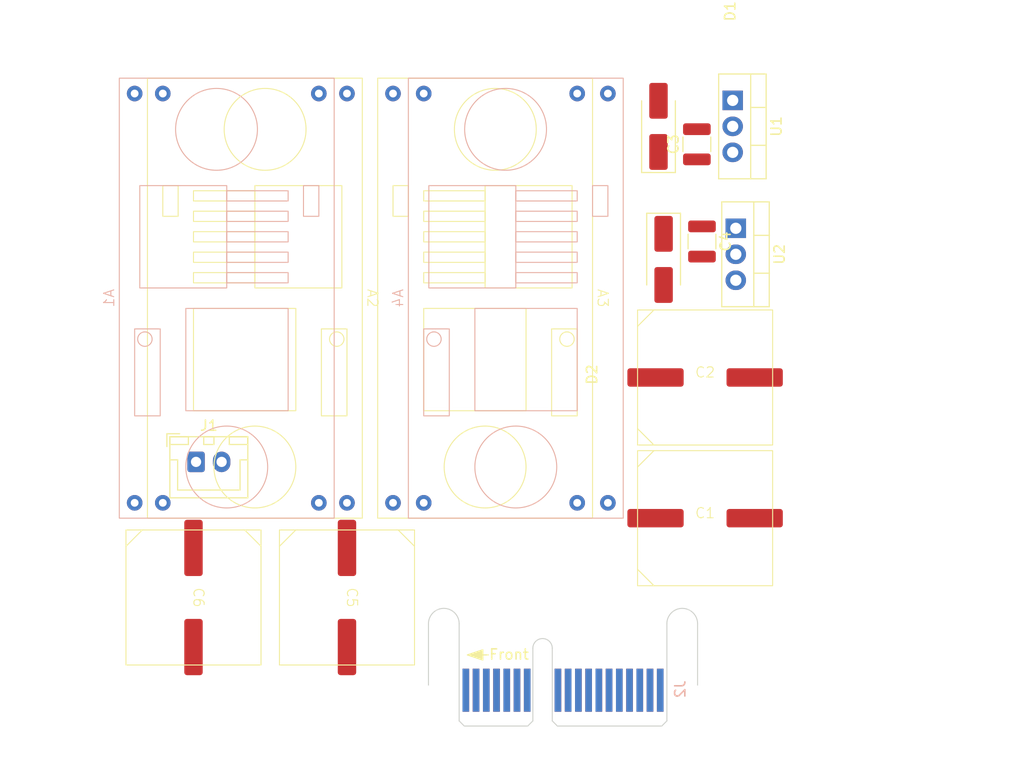
<source format=kicad_pcb>
(kicad_pcb (version 20221018) (generator pcbnew)
  (layers (0 "F.Cu" signal) (31 "B.Cu" signal) (34 "B.Paste" user) (35 "F.Paste" user) (36 "B.SilkS" user "B.Silkscreen") (37 "F.SilkS" user "F.Silkscreen") (38 "B.Mask" user) (39 "F.Mask" user) (44 "Edge.Cuts" user))
  (net 0 "")
  (net 1 "+20V")
  (net 2 "GND")
  (net 3 "/+18V")
  (net 4 "/+5V")
  (net 5 "/-18V")
  (net 6 "/+3V3")
  (net 7 "/-15V")
  (net 9 "/+15V")
  (footprint "Package_TO_SOT_THT:TO-220-3_Vertical" (layer "F.Cu") (at 183.25 82.17 -90)
    (fp_text reference "U2" (at 2.54 -4.27 -270) (layer "F.SilkS"))
    (fp_text value "LM7815_TO220")
    (fp_line (start -2.58 -3.27) (end -2.58 1.371) (stroke (width 0.12)) (layer "F.SilkS"))
    (fp_line (start -2.58 -3.27) (end 7.66 -3.27) (stroke (width 0.12)) (layer "F.SilkS"))
    (fp_line (start -2.58 -1.76) (end 7.66 -1.76) (stroke (width 0.12)) (layer "F.SilkS"))
    (fp_line (start -2.58 1.371) (end 7.66 1.371) (stroke (width 0.12)) (layer "F.SilkS"))
    (fp_line (start 0.69 -3.27) (end 0.69 -1.76) (stroke (width 0.12)) (layer "F.SilkS"))
    (fp_line (start 4.391 -3.27) (end 4.391 -1.76) (stroke (width 0.12)) (layer "F.SilkS"))
    (fp_line (start 7.66 -3.27) (end 7.66 1.371) (stroke (width 0.12)) (layer "F.SilkS"))
    (pad "1" thru_hole rect (at 0 0 270) (size 1.905 2) (drill 1.1) (layers "*.Cu" "*.Mask") (net 3 "/+18V"))
    (pad "2" thru_hole oval (at 2.54 0 270) (size 1.905 2) (drill 1.1) (layers "*.Cu" "*.Mask") (net 2 "GND"))
    (pad "3" thru_hole oval (at 5.08 0 270) (size 1.905 2) (drill 1.1) (layers "*.Cu" "*.Mask") (net 9 "/+15V"))
  )
  (footprint "silver-box-feetprints:CP_Elec_12.5x13.5" (layer "F.Cu") (at 180.25 96.75)
    (fp_text reference "C2" (at 0 -0.5 unlocked) (layer "F.SilkS") (effects (font (thickness 0.1))))
    (fp_text value "220u")
    (fp_line (start -6.6 -5) (end -5 -6.6) (stroke (width 0.1)) (layer "F.SilkS"))
    (fp_line (start -6.6 5) (end -5 6.6) (stroke (width 0.1)) (layer "F.SilkS"))
    (fp_rect (start -6.6 -6.6) (end 6.6 6.6) (stroke (width 0.1)) (fill none) (layer "F.SilkS"))
    (pad "1" smd roundrect (at -4.845 0) (size 5.5 1.8) (layers "F.Cu" "F.Paste" "F.Mask") (roundrect_rratio 0.15) (net 9 "/+15V"))
    (pad "2" smd roundrect (at 4.845 0) (size 5.5 1.8) (layers "F.Cu" "F.Paste" "F.Mask") (roundrect_rratio 0.15) (net 2 "GND"))
  )
  (footprint "Diode_SMD:D_SMA_Handsoldering" (layer "F.Cu") (at 176.195 85.21 -90)
    (fp_text reference "D2" (at 11.25 7 90) (layer "F.SilkS"))
    (fp_text value "SK36A-LTP")
    (fp_line (start -4.51 -1.65) (end -4.51 1.65) (stroke (width 0.12)) (layer "F.SilkS"))
    (fp_line (start -4.51 -1.65) (end 2.5 -1.65) (stroke (width 0.12)) (layer "F.SilkS"))
    (fp_line (start -4.51 1.65) (end 2.5 1.65) (stroke (width 0.12)) (layer "F.SilkS"))
    (pad "1" smd roundrect (at -2.5 0 270) (size 3.5 1.8) (layers "F.Cu" "F.Paste" "F.Mask") (roundrect_rratio 0.1388888889) (net 3 "/+18V"))
    (pad "2" smd roundrect (at 2.5 0 270) (size 3.5 1.8) (layers "F.Cu" "F.Paste" "F.Mask") (roundrect_rratio 0.1388888889) (net 9 "/+15V"))
  )
  (footprint "silver-box-feetprints:CP_Elec_12.5x13.5" (layer "F.Cu") (at 180.25 110.5)
    (fp_text reference "C1" (at 0 -0.5 unlocked) (layer "F.SilkS") (effects (font (thickness 0.1))))
    (fp_text value "220u")
    (fp_line (start -6.6 -5) (end -5 -6.6) (stroke (width 0.1)) (layer "F.SilkS"))
    (fp_line (start -6.6 5) (end -5 6.6) (stroke (width 0.1)) (layer "F.SilkS"))
    (fp_rect (start -6.6 -6.6) (end 6.6 6.6) (stroke (width 0.1)) (fill none) (layer "F.SilkS"))
    (pad "1" smd roundrect (at -4.845 0) (size 5.5 1.8) (layers "F.Cu" "F.Paste" "F.Mask") (roundrect_rratio 0.15) (net 7 "/-15V"))
    (pad "2" smd roundrect (at 4.845 0) (size 5.5 1.8) (layers "F.Cu" "F.Paste" "F.Mask") (roundrect_rratio 0.15) (net 2 "GND"))
  )
  (footprint "silver-box-feetprints:CP_Elec_12.5x13.5" (layer "F.Cu") (at 130.25 118.25 -90)
    (fp_text reference "C6" (at 0 -0.5 -90 unlocked) (layer "F.SilkS") (effects (font (thickness 0.1))))
    (fp_text value "220u")
    (fp_line (start -6.6 -5) (end -5 -6.6) (stroke (width 0.1)) (layer "F.SilkS"))
    (fp_line (start -6.6 5) (end -5 6.6) (stroke (width 0.1)) (layer "F.SilkS"))
    (fp_rect (start -6.6 -6.6) (end 6.6 6.6) (stroke (width 0.1)) (fill none) (layer "F.SilkS"))
    (pad "1" smd roundrect (at -4.845 0 270) (size 5.5 1.8) (layers "F.Cu" "F.Paste" "F.Mask") (roundrect_rratio 0.15) (net 4 "/+5V"))
    (pad "2" smd roundrect (at 4.845 0 270) (size 5.5 1.8) (layers "F.Cu" "F.Paste" "F.Mask") (roundrect_rratio 0.15) (net 2 "GND"))
  )
  (footprint "Connector_JST:JST_XH_B2B-XH-A_1x02_P2.50mm_Vertical" (layer "F.Cu") (at 130.5 105)
    (fp_text reference "J1" (at 1.25 -3.55) (layer "F.SilkS"))
    (fp_text value "USC PD  20V")
    (fp_line (start -2.85 -2.75) (end -2.85 -1.5) (stroke (width 0.12)) (layer "F.SilkS"))
    (fp_line (start -2.56 -2.46) (end -2.56 3.51) (stroke (width 0.12)) (layer "F.SilkS"))
    (fp_line (start -2.56 3.51) (end 5.06 3.51) (stroke (width 0.12)) (layer "F.SilkS"))
    (fp_line (start -2.55 -2.45) (end -2.55 -1.7) (stroke (width 0.12)) (layer "F.SilkS"))
    (fp_line (start -2.55 -1.7) (end -0.75 -1.7) (stroke (width 0.12)) (layer "F.SilkS"))
    (fp_line (start -2.55 -0.2) (end -1.8 -0.2) (stroke (width 0.12)) (layer "F.SilkS"))
    (fp_line (start -1.8 -0.2) (end -1.8 2.75) (stroke (width 0.12)) (layer "F.SilkS"))
    (fp_line (start -1.8 2.75) (end 1.25 2.75) (stroke (width 0.12)) (layer "F.SilkS"))
    (fp_line (start -1.6 -2.75) (end -2.85 -2.75) (stroke (width 0.12)) (layer "F.SilkS"))
    (fp_line (start -0.75 -2.45) (end -2.55 -2.45) (stroke (width 0.12)) (layer "F.SilkS"))
    (fp_line (start -0.75 -1.7) (end -0.75 -2.45) (stroke (width 0.12)) (layer "F.SilkS"))
    (fp_line (start 0.75 -2.45) (end 0.75 -1.7) (stroke (width 0.12)) (layer "F.SilkS"))
    (fp_line (start 0.75 -1.7) (end 1.75 -1.7) (stroke (width 0.12)) (layer "F.SilkS"))
    (fp_line (start 1.75 -2.45) (end 0.75 -2.45) (stroke (width 0.12)) (layer "F.SilkS"))
    (fp_line (start 1.75 -1.7) (end 1.75 -2.45) (stroke (width 0.12)) (layer "F.SilkS"))
    (fp_line (start 3.25 -2.45) (end 3.25 -1.7) (stroke (width 0.12)) (layer "F.SilkS"))
    (fp_line (start 3.25 -1.7) (end 5.05 -1.7) (stroke (width 0.12)) (layer "F.SilkS"))
    (fp_line (start 4.3 -0.2) (end 4.3 2.75) (stroke (width 0.12)) (layer "F.SilkS"))
    (fp_line (start 4.3 2.75) (end 1.25 2.75) (stroke (width 0.12)) (layer "F.SilkS"))
    (fp_line (start 5.05 -2.45) (end 3.25 -2.45) (stroke (width 0.12)) (layer "F.SilkS"))
    (fp_line (start 5.05 -1.7) (end 5.05 -2.45) (stroke (width 0.12)) (layer "F.SilkS"))
    (fp_line (start 5.05 -0.2) (end 4.3 -0.2) (stroke (width 0.12)) (layer "F.SilkS"))
    (fp_line (start 5.06 -2.46) (end -2.56 -2.46) (stroke (width 0.12)) (layer "F.SilkS"))
    (fp_line (start 5.06 3.51) (end 5.06 -2.46) (stroke (width 0.12)) (layer "F.SilkS"))
    (pad "1" thru_hole roundrect (at 0 0) (size 1.7 2) (drill 1) (layers "*.Cu" "*.Mask") (roundrect_rratio 0.147059) (net 2 "GND"))
    (pad "2" thru_hole oval (at 2.5 0) (size 1.7 2) (drill 1) (layers "*.Cu" "*.Mask") (net 1 "+20V"))
  )
  (footprint "Capacitor_SMD:C_1210_3225Metric" (layer "F.Cu") (at 179.445 73.96 90)
    (fp_text reference "C3" (at 0 -2.3 90) (layer "F.SilkS"))
    (fp_text value "22u X5R")
    (fp_line (start -0.711252 -1.36) (end 0.711252 -1.36) (stroke (width 0.12)) (layer "F.SilkS"))
    (fp_line (start -0.711252 1.36) (end 0.711252 1.36) (stroke (width 0.12)) (layer "F.SilkS"))
    (pad "1" smd roundrect (at -1.475 0 90) (size 1.15 2.7) (layers "F.Cu" "F.Paste" "F.Mask") (roundrect_rratio 0.217391) (net 5 "/-18V"))
    (pad "2" smd roundrect (at 1.475 0 90) (size 1.15 2.7) (layers "F.Cu" "F.Paste" "F.Mask") (roundrect_rratio 0.217391) (net 2 "GND"))
  )
  (footprint "Package_TO_SOT_THT:TO-220-3_Vertical" (layer "F.Cu") (at 182.945 69.67 -90)
    (fp_text reference "U1" (at 2.54 -4.27 -270) (layer "F.SilkS"))
    (fp_text value "LM7915_TO220")
    (fp_line (start -2.58 -3.27) (end -2.58 1.371) (stroke (width 0.12)) (layer "F.SilkS"))
    (fp_line (start -2.58 -3.27) (end 7.66 -3.27) (stroke (width 0.12)) (layer "F.SilkS"))
    (fp_line (start -2.58 -1.76) (end 7.66 -1.76) (stroke (width 0.12)) (layer "F.SilkS"))
    (fp_line (start -2.58 1.371) (end 7.66 1.371) (stroke (width 0.12)) (layer "F.SilkS"))
    (fp_line (start 0.69 -3.27) (end 0.69 -1.76) (stroke (width 0.12)) (layer "F.SilkS"))
    (fp_line (start 4.391 -3.27) (end 4.391 -1.76) (stroke (width 0.12)) (layer "F.SilkS"))
    (fp_line (start 7.66 -3.27) (end 7.66 1.371) (stroke (width 0.12)) (layer "F.SilkS"))
    (pad "1" thru_hole rect (at 0 0 270) (size 1.905 2) (drill 1.1) (layers "*.Cu" "*.Mask") (net 2 "GND"))
    (pad "2" thru_hole oval (at 2.54 0 270) (size 1.905 2) (drill 1.1) (layers "*.Cu" "*.Mask") (net 7 "/-15V"))
    (pad "3" thru_hole oval (at 5.08 0 270) (size 1.905 2) (drill 1.1) (layers "*.Cu" "*.Mask") (net 5 "/-18V"))
  )
  (footprint "Diode_SMD:D_SMA_Handsoldering" (layer "F.Cu") (at 175.695 72.21 90)
    (fp_text reference "D1" (at 11.25 7 90) (layer "F.SilkS"))
    (fp_text value "SK36A-LTP")
    (fp_line (start -4.51 -1.65) (end -4.51 1.65) (stroke (width 0.12)) (layer "F.SilkS"))
    (fp_line (start -4.51 -1.65) (end 2.5 -1.65) (stroke (width 0.12)) (layer "F.SilkS"))
    (fp_line (start -4.51 1.65) (end 2.5 1.65) (stroke (width 0.12)) (layer "F.SilkS"))
    (pad "1" smd roundrect (at -2.5 0 90) (size 3.5 1.8) (layers "F.Cu" "F.Paste" "F.Mask") (roundrect_rratio 0.1388888889) (net 5 "/-18V"))
    (pad "2" smd roundrect (at 2.5 0 90) (size 3.5 1.8) (layers "F.Cu" "F.Paste" "F.Mask") (roundrect_rratio 0.1388888889) (net 7 "/-15V"))
  )
  (footprint "silver-box-feetprints:LM2596 module" (layer "F.Cu") (at 158.75 89 -90)
    (fp_text reference "A3" (at 0 -11.5 -90 unlocked) (layer "F.SilkS") (effects (font (thickness 0.1))))
    (fp_text value "LM2596 +18V")
    (fp_rect (start -21.5 -10.5) (end 21.5 10.5) (stroke (width 0.1)) (fill none) (layer "F.SilkS"))
    (fp_rect (start -11 -8.5) (end -1 0) (stroke (width 0.1)) (fill none) (layer "F.SilkS"))
    (fp_rect (start -11 7.5) (end -8 9) (stroke (width 0.1)) (fill none) (layer "F.SilkS"))
    (fp_rect (start -10.5 0) (end -9.5 6) (stroke (width 0.1)) (fill none) (layer "F.SilkS"))
    (fp_rect (start -8.5 0) (end -7.5 6) (stroke (width 0.1)) (fill none) (layer "F.SilkS"))
    (fp_rect (start -6.5 0) (end -5.5 6) (stroke (width 0.1)) (fill none) (layer "F.SilkS"))
    (fp_rect (start -4.5 0) (end -3.5 6) (stroke (width 0.1)) (fill none) (layer "F.SilkS"))
    (fp_rect (start -2.5 0) (end -1.5 6) (stroke (width 0.1)) (fill none) (layer "F.SilkS"))
    (fp_rect (start 1 -4) (end 11 6) (stroke (width 0.1)) (fill none) (layer "F.SilkS"))
    (fp_rect (start 3 -9) (end 11.5 -6.5) (stroke (width 0.1)) (fill none) (layer "F.SilkS"))
    (fp_circle (center -16.5 -1) (end -12.5 -1) (stroke (width 0.1)) (fill none) (layer "F.SilkS"))
    (fp_circle (center 4 -8) (end 4.5 -7.5) (stroke (width 0.1)) (fill none) (layer "F.SilkS"))
    (fp_circle (center 16.5 0) (end 20.5 0) (stroke (width 0.1)) (fill none) (layer "F.SilkS"))
    (pad "1" thru_hole circle (at -20 -9 270) (size 1.524 1.524) (drill 0.762) (layers "*.Cu" "*.Mask") (net 1 "+20V"))
    (pad "2" thru_hole circle (at -20 9 270) (size 1.524 1.524) (drill 0.762) (layers "*.Cu" "*.Mask") (net 2 "GND"))
    (pad "3" thru_hole circle (at 20 9 270) (size 1.524 1.524) (drill 0.762) (layers "*.Cu" "*.Mask") (net 2 "GND"))
    (pad "4" thru_hole circle (at 20 -9 270) (size 1.524 1.524) (drill 0.762) (layers "*.Cu" "*.Mask") (net 3 "/+18V"))
  )
  (footprint "silver-box-feetprints:Card Edge board Amphenol 10061913-100PLF" (layer "F.Cu") (at 159.815 130.815)
    (fp_text reference "J2" (at 18 -3.6 -90) (layer "B.SilkS") (effects (justify mirror)))
    (fp_text value "Amphenol_10061913-xx0")
    (fp_text user "Front" (at 1.27 -7 unlocked) (layer "F.SilkS"))
    (fp_line (start -0.762 -6.95) (end -2.012 -6.95) (stroke (width 0.12)) (layer "F.SilkS"))
    (fp_poly (pts (xy -2.794 -6.95) (xy -1.294 -6.45) (xy -1.294 -7.45)) (stroke (width 0.12)) (fill solid) (layer "F.SilkS"))
    (fp_line (start -6.6 -4) (end -6.6 -10) (stroke (width 0.1)) (layer "Edge.Cuts"))
    (fp_line (start -3.6 -10) (end -3.6 -0.5) (stroke (width 0.1)) (layer "Edge.Cuts"))
    (fp_line (start -3.6 -0.5) (end -3.1 0) (stroke (width 0.1)) (layer "Edge.Cuts"))
    (fp_line (start -3.1 0) (end 3.1 0) (stroke (width 0.1)) (layer "Edge.Cuts"))
    (fp_line (start 3.6 -0.5) (end 3.1 0) (stroke (width 0.1)) (layer "Edge.Cuts"))
    (fp_line (start 3.6 -0.5) (end 3.6 -7.6) (stroke (width 0.1)) (layer "Edge.Cuts"))
    (fp_line (start 5.5 -7.6) (end 5.5 -0.5) (stroke (width 0.1)) (layer "Edge.Cuts"))
    (fp_line (start 5.5 -0.5) (end 6 0) (stroke (width 0.1)) (layer "Edge.Cuts"))
    (fp_line (start 6 0) (end 16.2 0) (stroke (width 0.1)) (layer "Edge.Cuts"))
    (fp_line (start 16.2 0) (end 16.7 -0.5) (stroke (width 0.1)) (layer "Edge.Cuts"))
    (fp_line (start 16.7 -0.5) (end 16.7 -10) (stroke (width 0.1)) (layer "Edge.Cuts"))
    (fp_line (start 19.7 -10) (end 19.7 -4) (stroke (width 0.1)) (layer "Edge.Cuts"))
    (fp_arc (start -6.6 -10) (mid -5.1 -11.5) (end -3.6 -10) (stroke (width 0.1)) (layer "Edge.Cuts"))
    (fp_arc (start 3.6 -7.6) (mid 4.55 -8.55) (end 5.5 -7.6) (stroke (width 0.1)) (layer "Edge.Cuts"))
    (fp_arc (start 16.7 -10) (mid 18.2 -11.5) (end 19.7 -10) (stroke (width 0.1)) (layer "Edge.Cuts"))
    (pad "1" smd rect (at 16.05 -3.5) (size 0.65 4.2) (layers "B.Cu" "B.Mask") (net 7 "/-15V"))
    (pad "2" smd rect (at 15.05 -3.5) (size 0.65 4.2) (layers "B.Cu" "B.Mask") (net 2 "GND"))
    (pad "3" smd rect (at 14.05 -3.5) (size 0.65 4.2) (layers "B.Cu" "B.Mask") (net 6 "/+3V3"))
    (pad "4" smd rect (at 13.05 -3.5) (size 0.65 4.2) (layers "B.Cu" "B.Mask") (net 2 "GND"))
    (pad "5" smd rect (at 12.05 -3.5) (size 0.65 4.2) (layers "B.Cu" "B.Mask"))
    (pad "6" smd rect (at 11.05 -3.5) (size 0.65 4.2) (layers "B.Cu" "B.Mask"))
    (pad "7" smd rect (at 10.05 -3.5) (size 0.65 4.2) (layers "B.Cu" "B.Mask"))
    (pad "8" smd rect (at 9.05 -3.5) (size 0.65 4.2) (layers "B.Cu" "B.Mask"))
    (pad "9" smd rect (at 8.05 -3.5) (size 0.65 4.2) (layers "B.Cu" "B.Mask"))
    (pad "10" smd rect (at 7.05 -3.5) (size 0.65 4.2) (layers "B.Cu" "B.Mask"))
    (pad "11" smd rect (at 6.05 -3.5) (size 0.65 4.2) (layers "B.Cu" "B.Mask"))
    (pad "12" smd rect (at 3.05 -3.5) (size 0.65 4.2) (layers "B.Cu" "B.Mask"))
    (pad "13" smd rect (at 2.05 -3.5) (size 0.65 4.2) (layers "B.Cu" "B.Mask"))
    (pad "14" smd rect (at 1.05 -3.5) (size 0.65 4.2) (layers "B.Cu" "B.Mask"))
    (pad "15" smd rect (at 0.05 -3.5) (size 0.65 4.2) (layers "B.Cu" "B.Mask"))
    (pad "16" smd rect (at -0.95 -3.5) (size 0.65 4.2) (layers "B.Cu" "B.Mask"))
    (pad "17" smd rect (at -1.95 -3.5) (size 0.65 4.2) (layers "B.Cu" "B.Mask"))
    (pad "18" smd rect (at -2.95 -3.5) (size 0.65 4.2) (layers "B.Cu" "B.Mask"))
    (pad "19" smd rect (at -2.95 -3.5) (size 0.65 4.2) (layers "F.Cu" "F.Mask"))
    (pad "20" smd rect (at -1.95 -3.5) (size 0.65 4.2) (layers "F.Cu" "F.Mask"))
    (pad "21" smd rect (at -0.95 -3.5) (size 0.65 4.2) (layers "F.Cu" "F.Mask"))
    (pad "22" smd rect (at 0.05 -3.5) (size 0.65 4.2) (layers "F.Cu" "F.Mask"))
    (pad "23" smd rect (at 1.05 -3.5) (size 0.65 4.2) (layers "F.Cu" "F.Mask"))
    (pad "24" smd rect (at 2.05 -3.5) (size 0.65 4.2) (layers "F.Cu" "F.Mask"))
    (pad "25" smd rect (at 3.05 -3.5) (size 0.65 4.2) (layers "F.Cu" "F.Mask"))
    (pad "26" smd rect (at 6.05 -3.5) (size 0.65 4.2) (layers "F.Cu" "F.Mask"))
    (pad "27" smd rect (at 7.05 -3.5) (size 0.65 4.2) (layers "F.Cu" "F.Mask"))
    (pad "28" smd rect (at 8.05 -3.5) (size 0.65 4.2) (layers "F.Cu" "F.Mask"))
    (pad "29" smd rect (at 9.05 -3.5) (size 0.65 4.2) (layers "F.Cu" "F.Mask"))
    (pad "30" smd rect (at 10.05 -3.5) (size 0.65 4.2) (layers "F.Cu" "F.Mask"))
    (pad "31" smd rect (at 11.05 -3.5) (size 0.65 4.2) (layers "F.Cu" "F.Mask"))
    (pad "32" smd rect (at 12.05 -3.5) (size 0.65 4.2) (layers "F.Cu" "F.Mask"))
    (pad "33" smd rect (at 13.05 -3.5) (size 0.65 4.2) (layers "F.Cu" "F.Mask") (net 2 "GND"))
    (pad "34" smd rect (at 14.05 -3.5) (size 0.65 4.2) (layers "F.Cu" "F.Mask") (net 4 "/+5V"))
    (pad "35" smd rect (at 15.05 -3.5) (size 0.65 4.2) (layers "F.Cu" "F.Mask") (net 2 "GND"))
    (pad "36" smd rect (at 16.05 -3.5) (size 0.65 4.2) (layers "F.Cu" "F.Mask") (net 9 "/+15V"))
  )
  (footprint "Capacitor_SMD:C_1210_3225Metric" (layer "F.Cu") (at 179.945 83.46 -90)
    (fp_text reference "C4" (at 0 -2.3 90) (layer "F.SilkS"))
    (fp_text value "22u X5R")
    (fp_line (start -0.711252 -1.36) (end 0.711252 -1.36) (stroke (width 0.12)) (layer "F.SilkS"))
    (fp_line (start -0.711252 1.36) (end 0.711252 1.36) (stroke (width 0.12)) (layer "F.SilkS"))
    (pad "1" smd roundrect (at -1.475 0 270) (size 1.15 2.7) (layers "F.Cu" "F.Paste" "F.Mask") (roundrect_rratio 0.217391) (net 3 "/+18V"))
    (pad "2" smd roundrect (at 1.475 0 270) (size 1.15 2.7) (layers "F.Cu" "F.Paste" "F.Mask") (roundrect_rratio 0.217391) (net 2 "GND"))
  )
  (footprint "silver-box-feetprints:LM2596 module" (layer "F.Cu") (at 136.25 89 -90)
    (fp_text reference "A2" (at 0 -11.5 -90 unlocked) (layer "F.SilkS") (effects (font (thickness 0.1))))
    (fp_text value "LM2596 3V3")
    (fp_rect (start -21.5 -10.5) (end 21.5 10.5) (stroke (width 0.1)) (fill none) (layer "F.SilkS"))
    (fp_rect (start -11 -8.5) (end -1 0) (stroke (width 0.1)) (fill none) (layer "F.SilkS"))
    (fp_rect (start -11 7.5) (end -8 9) (stroke (width 0.1)) (fill none) (layer "F.SilkS"))
    (fp_rect (start -10.5 0) (end -9.5 6) (stroke (width 0.1)) (fill none) (layer "F.SilkS"))
    (fp_rect (start -8.5 0) (end -7.5 6) (stroke (width 0.1)) (fill none) (layer "F.SilkS"))
    (fp_rect (start -6.5 0) (end -5.5 6) (stroke (width 0.1)) (fill none) (layer "F.SilkS"))
    (fp_rect (start -4.5 0) (end -3.5 6) (stroke (width 0.1)) (fill none) (layer "F.SilkS"))
    (fp_rect (start -2.5 0) (end -1.5 6) (stroke (width 0.1)) (fill none) (layer "F.SilkS"))
    (fp_rect (start 1 -4) (end 11 6) (stroke (width 0.1)) (fill none) (layer "F.SilkS"))
    (fp_rect (start 3 -9) (end 11.5 -6.5) (stroke (width 0.1)) (fill none) (layer "F.SilkS"))
    (fp_circle (center -16.5 -1) (end -12.5 -1) (stroke (width 0.1)) (fill none) (layer "F.SilkS"))
    (fp_circle (center 4 -8) (end 4.5 -7.5) (stroke (width 0.1)) (fill none) (layer "F.SilkS"))
    (fp_circle (center 16.5 0) (end 20.5 0) (stroke (width 0.1)) (fill none) (layer "F.SilkS"))
    (pad "1" thru_hole circle (at -20 -9 270) (size 1.524 1.524) (drill 0.762) (layers "*.Cu" "*.Mask") (net 1 "+20V"))
    (pad "2" thru_hole circle (at -20 9 270) (size 1.524 1.524) (drill 0.762) (layers "*.Cu" "*.Mask") (net 2 "GND"))
    (pad "3" thru_hole circle (at 20 9 270) (size 1.524 1.524) (drill 0.762) (layers "*.Cu" "*.Mask") (net 2 "GND"))
    (pad "4" thru_hole circle (at 20 -9 270) (size 1.524 1.524) (drill 0.762) (layers "*.Cu" "*.Mask") (net 6 "/+3V3"))
  )
  (footprint "silver-box-feetprints:CP_Elec_12.5x13.5" (layer "F.Cu") (at 145.25 118.25 -90)
    (fp_text reference "C5" (at 0 -0.5 -90 unlocked) (layer "F.SilkS") (effects (font (thickness 0.1))))
    (fp_text value "220u")
    (fp_line (start -6.6 -5) (end -5 -6.6) (stroke (width 0.1)) (layer "F.SilkS"))
    (fp_line (start -6.6 5) (end -5 6.6) (stroke (width 0.1)) (layer "F.SilkS"))
    (fp_rect (start -6.6 -6.6) (end 6.6 6.6) (stroke (width 0.1)) (fill none) (layer "F.SilkS"))
    (pad "1" smd roundrect (at -4.845 0 270) (size 5.5 1.8) (layers "F.Cu" "F.Paste" "F.Mask") (roundrect_rratio 0.15) (net 6 "/+3V3"))
    (pad "2" smd roundrect (at 4.845 0 270) (size 5.5 1.8) (layers "F.Cu" "F.Paste" "F.Mask") (roundrect_rratio 0.15) (net 2 "GND"))
  )
  (footprint "silver-box-feetprints:LM2596 module" (layer "B.Cu") (at 161.75 89 -90)
    (fp_text reference "A4" (at 0 11.5 90 unlocked) (layer "B.SilkS") (effects (font (thickness 0.1)) (justify mirror)))
    (fp_text value "LM2596 INV -18V")
    (fp_rect (start -21.5 10.5) (end 21.5 -10.5) (stroke (width 0.1)) (fill none) (layer "B.SilkS"))
    (fp_rect (start -11 -7.5) (end -8 -9) (stroke (width 0.1)) (fill none) (layer "B.SilkS"))
    (fp_rect (start -11 8.5) (end -1 0) (stroke (width 0.1)) (fill none) (layer "B.SilkS"))
    (fp_rect (start -10.5 0) (end -9.5 -6) (stroke (width 0.1)) (fill none) (layer "B.SilkS"))
    (fp_rect (start -8.5 0) (end -7.5 -6) (stroke (width 0.1)) (fill none) (layer "B.SilkS"))
    (fp_rect (start -6.5 0) (end -5.5 -6) (stroke (width 0.1)) (fill none) (layer "B.SilkS"))
    (fp_rect (start -4.5 0) (end -3.5 -6) (stroke (width 0.1)) (fill none) (layer "B.SilkS"))
    (fp_rect (start -2.5 0) (end -1.5 -6) (stroke (width 0.1)) (fill none) (layer "B.SilkS"))
    (fp_rect (start 1 4) (end 11 -6) (stroke (width 0.1)) (fill none) (layer "B.SilkS"))
    (fp_rect (start 3 9) (end 11.5 6.5) (stroke (width 0.1)) (fill none) (layer "B.SilkS"))
    (fp_circle (center -16.5 1) (end -12.5 1) (stroke (width 0.1)) (fill none) (layer "B.SilkS"))
    (fp_circle (center 4 8) (end 4.5 7.5) (stroke (width 0.1)) (fill none) (layer "B.SilkS"))
    (fp_circle (center 16.5 0) (end 20.5 0) (stroke (width 0.1)) (fill none) (layer "B.SilkS"))
    (pad "1" thru_hole circle (at -20 9 270) (size 1.524 1.524) (drill 0.762) (layers "*.Cu" "*.Mask") (net 1 "+20V"))
    (pad "2" thru_hole circle (at -20 -9 270) (size 1.524 1.524) (drill 0.762) (layers "*.Cu" "*.Mask"))
    (pad "3" thru_hole circle (at 20 -9 270) (size 1.524 1.524) (drill 0.762) (layers "*.Cu" "*.Mask") (net 5 "/-18V"))
    (pad "4" thru_hole circle (at 20 9 270) (size 1.524 1.524) (drill 0.762) (layers "*.Cu" "*.Mask") (net 2 "GND"))
  )
  (footprint "silver-box-feetprints:LM2596 module" (layer "B.Cu") (at 133.5 89 -90)
    (fp_text reference "A1" (at 0 11.5 90 unlocked) (layer "B.SilkS") (effects (font (thickness 0.1)) (justify mirror)))
    (fp_text value "LM2596 5V")
    (fp_rect (start -21.5 10.5) (end 21.5 -10.5) (stroke (width 0.1)) (fill none) (layer "B.SilkS"))
    (fp_rect (start -11 -7.5) (end -8 -9) (stroke (width 0.1)) (fill none) (layer "B.SilkS"))
    (fp_rect (start -11 8.5) (end -1 0) (stroke (width 0.1)) (fill none) (layer "B.SilkS"))
    (fp_rect (start -10.5 0) (end -9.5 -6) (stroke (width 0.1)) (fill none) (layer "B.SilkS"))
    (fp_rect (start -8.5 0) (end -7.5 -6) (stroke (width 0.1)) (fill none) (layer "B.SilkS"))
    (fp_rect (start -6.5 0) (end -5.5 -6) (stroke (width 0.1)) (fill none) (layer "B.SilkS"))
    (fp_rect (start -4.5 0) (end -3.5 -6) (stroke (width 0.1)) (fill none) (layer "B.SilkS"))
    (fp_rect (start -2.5 0) (end -1.5 -6) (stroke (width 0.1)) (fill none) (layer "B.SilkS"))
    (fp_rect (start 1 4) (end 11 -6) (stroke (width 0.1)) (fill none) (layer "B.SilkS"))
    (fp_rect (start 3 9) (end 11.5 6.5) (stroke (width 0.1)) (fill none) (layer "B.SilkS"))
    (fp_circle (center -16.5 1) (end -12.5 1) (stroke (width 0.1)) (fill none) (layer "B.SilkS"))
    (fp_circle (center 4 8) (end 4.5 7.5) (stroke (width 0.1)) (fill none) (layer "B.SilkS"))
    (fp_circle (center 16.5 0) (end 20.5 0) (stroke (width 0.1)) (fill none) (layer "B.SilkS"))
    (pad "1" thru_hole circle (at -20 9 270) (size 1.524 1.524) (drill 0.762) (layers "*.Cu" "*.Mask") (net 1 "+20V"))
    (pad "2" thru_hole circle (at -20 -9 270) (size 1.524 1.524) (drill 0.762) (layers "*.Cu" "*.Mask") (net 2 "GND"))
    (pad "3" thru_hole circle (at 20 -9 270) (size 1.524 1.524) (drill 0.762) (layers "*.Cu" "*.Mask") (net 2 "GND"))
    (pad "4" thru_hole circle (at 20 9 270) (size 1.524 1.524) (drill 0.762) (layers "*.Cu" "*.Mask") (net 4 "/+5V"))
  )
)
</source>
